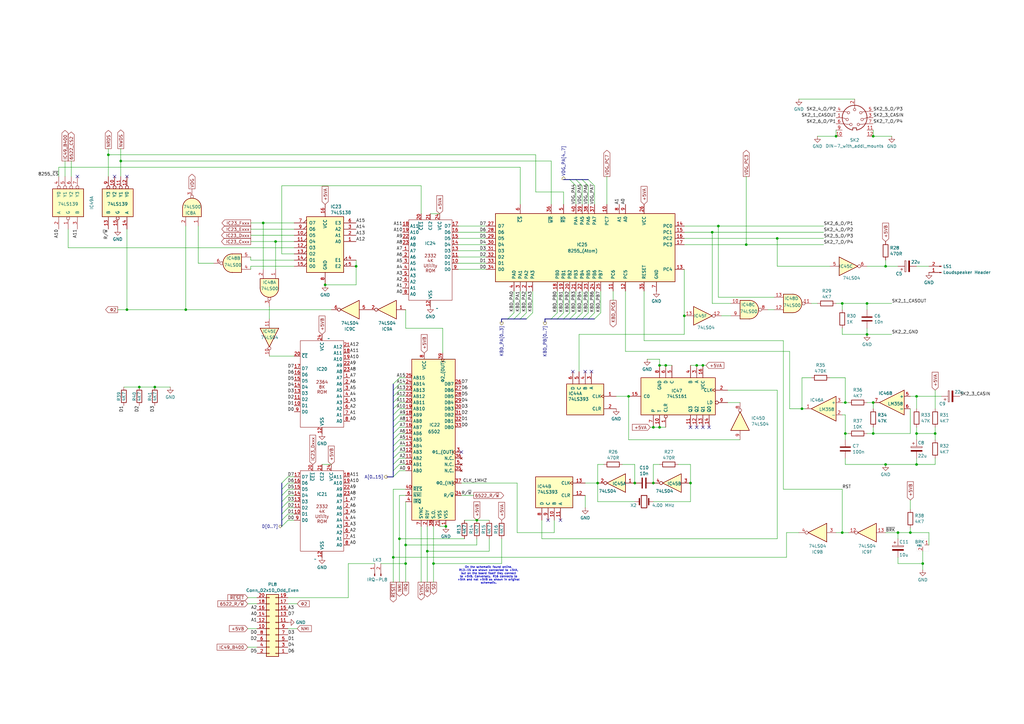
<source format=kicad_sch>
(kicad_sch (version 20231120) (generator "eeschema") (generator_version "8.0")
  (paper "A3")
  (junction (at 342.9 55.88))
  (junction (at 175.26 226.06))
  (junction (at 76.2 127))
  (junction (at 270.51 175.26))
  (junction (at 280.67 129.54))
  (junction (at 375.92 190.5))
  (junction (at 285.75 149.86))
  (junction (at 383.54 177.8))
  (junction (at 107.95 91.44))
  (junction (at 245.11 198.12))
  (junction (at 378.46 231.14))
  (junction (at 166.37 231.14))
  (junction (at 346.71 177.8))
  (junction (at 375.92 177.8))
  (junction (at 358.14 165.1))
  (junction (at 52.07 127))
  (junction (at 358.14 177.8))
  (junction (at 146.05 109.22))
  (junction (at 270.51 149.86))
  (junction (at 346.71 165.1))
  (junction (at 306.07 100.33))
  (junction (at 182.88 215.9))
  (junction (at 273.05 149.86))
  (junction (at 177.8 231.14))
  (junction (at 294.64 92.71))
  (junction (at 318.77 97.79))
  (junction (at 257.81 162.56))
  (junction (at 133.35 116.84))
  (junction (at 283.21 198.12))
  (junction (at 345.44 124.46))
  (junction (at 267.97 175.26))
  (junction (at 368.3 218.44))
  (junction (at 161.29 228.6))
  (junction (at 358.14 55.88))
  (junction (at 355.6 124.46))
  (junction (at 375.92 162.56))
  (junction (at 260.35 198.12))
  (junction (at 163.83 220.98))
  (junction (at 113.03 99.06))
  (junction (at 44.45 63.5))
  (junction (at 373.38 218.44))
  (junction (at 363.22 190.5))
  (junction (at 288.29 149.86))
  (junction (at 355.6 137.16))
  (junction (at 63.5 158.75))
  (junction (at 267.97 198.12))
  (junction (at 345.44 218.44))
  (junction (at 57.15 158.75))
  (junction (at 292.1 95.25))
  (junction (at 166.37 223.52))
  (junction (at 49.53 66.04))
  (junction (at 328.93 167.64))
  (junction (at 195.58 213.36))
  (junction (at 363.22 109.22))
  (no_connect (at 229.87 213.36))
  (no_connect (at 189.23 185.42))
  (no_connect (at 240.03 152.4))
  (no_connect (at 288.29 175.26))
  (no_connect (at 234.95 152.4))
  (no_connect (at 46.99 72.39))
  (no_connect (at 285.75 175.26))
  (no_connect (at 290.83 175.26))
  (no_connect (at 242.57 152.4))
  (no_connect (at 283.21 175.26))
  (no_connect (at 31.75 72.39))
  (no_connect (at 52.07 72.39))
  (no_connect (at 224.79 213.36))
  (bus_entry (at 226.06 130.81) (size 2.54 -2.54))
  (bus_entry (at 238.76 130.81) (size 2.54 -2.54))
  (bus_entry (at 161.29 180.34) (size 2.54 -2.54))
  (bus_entry (at 161.29 175.26) (size 2.54 -2.54))
  (bus_entry (at 236.22 130.81) (size 2.54 -2.54))
  (bus_entry (at 161.29 182.88) (size 2.54 -2.54))
  (bus_entry (at 115.57 200.66) (size 2.54 -2.54))
  (bus_entry (at 161.29 167.64) (size 2.54 -2.54))
  (bus_entry (at 208.28 130.81) (size 2.54 -2.54))
  (bus_entry (at 115.57 213.36) (size 2.54 -2.54))
  (bus_entry (at 233.68 73.66) (size 2.54 2.54))
  (bus_entry (at 231.14 130.81) (size 2.54 -2.54))
  (bus_entry (at 238.76 73.66) (size 2.54 2.54))
  (bus_entry (at 115.57 208.28) (size 2.54 -2.54))
  (bus_entry (at 115.57 210.82) (size 2.54 -2.54))
  (bus_entry (at 210.82 130.81) (size 2.54 -2.54))
  (bus_entry (at 115.57 198.12) (size 2.54 -2.54))
  (bus_entry (at 233.68 130.81) (size 2.54 -2.54))
  (bus_entry (at 161.29 185.42) (size 2.54 -2.54))
  (bus_entry (at 161.29 195.58) (size 2.54 -2.54))
  (bus_entry (at 161.29 177.8) (size 2.54 -2.54))
  (bus_entry (at 115.57 205.74) (size 2.54 -2.54))
  (bus_entry (at 161.29 193.04) (size 2.54 -2.54))
  (bus_entry (at 161.29 165.1) (size 2.54 -2.54))
  (bus_entry (at 115.57 203.2) (size 2.54 -2.54))
  (bus_entry (at 213.36 130.81) (size 2.54 -2.54))
  (bus_entry (at 241.3 130.81) (size 2.54 -2.54))
  (bus_entry (at 228.6 130.81) (size 2.54 -2.54))
  (bus_entry (at 161.29 190.5) (size 2.54 -2.54))
  (bus_entry (at 161.29 160.02) (size 2.54 -2.54))
  (bus_entry (at 161.29 157.48) (size 2.54 -2.54))
  (bus_entry (at 215.9 130.81) (size 2.54 -2.54))
  (bus_entry (at 241.3 73.66) (size 2.54 2.54))
  (bus_entry (at 161.29 170.18) (size 2.54 -2.54))
  (bus_entry (at 161.29 162.56) (size 2.54 -2.54))
  (bus_entry (at 243.84 130.81) (size 2.54 -2.54))
  (bus_entry (at 161.29 172.72) (size 2.54 -2.54))
  (bus_entry (at 236.22 73.66) (size 2.54 2.54))
  (bus_entry (at 161.29 187.96) (size 2.54 -2.54))
  (bus_entry (at 115.57 215.9) (size 2.54 -2.54))
  (wire (pts (xy 115.57 76.2) (xy 172.72 76.2)))
  (wire (pts (xy 118.11 257.81) (xy 121.92 257.81)))
  (wire (pts (xy 163.83 238.76) (xy 163.83 220.98)))
  (wire (pts (xy 110.49 125.73) (xy 110.49 130.81)))
  (wire (pts (xy 322.58 228.6) (xy 322.58 218.44)))
  (wire (pts (xy 280.67 137.16) (xy 280.67 129.54)))
  (wire (pts (xy 346.71 187.96) (xy 346.71 190.5)))
  (wire (pts (xy 101.6 265.43) (xy 105.41 265.43)))
  (wire (pts (xy 375.92 187.96) (xy 375.92 190.5)))
  (wire (pts (xy 283.21 198.12) (xy 283.21 205.74)))
  (wire (pts (xy 327.66 40.64) (xy 350.52 40.64)))
  (bus (pts (xy 115.57 200.66) (xy 115.57 203.2)))
  (wire (pts (xy 142.875 231.14) (xy 142.875 245.11)))
  (wire (pts (xy 332.74 154.94) (xy 328.93 154.94)))
  (wire (pts (xy 280.67 100.33) (xy 306.07 100.33)))
  (wire (pts (xy 256.54 119.38) (xy 256.54 144.145)))
  (wire (pts (xy 156.21 231.14) (xy 166.37 231.14)))
  (wire (pts (xy 358.14 175.26) (xy 358.14 177.8)))
  (bus (pts (xy 210.82 130.81) (xy 208.28 130.81)))
  (bus (pts (xy 243.84 130.81) (xy 241.3 130.81)))
  (bus (pts (xy 161.29 180.34) (xy 161.29 182.88)))
  (wire (pts (xy 175.26 238.76) (xy 175.26 226.06)))
  (wire (pts (xy 292.1 95.25) (xy 292.1 124.46)))
  (wire (pts (xy 231.14 119.38) (xy 231.14 128.27)))
  (wire (pts (xy 166.37 231.14) (xy 166.37 223.52)))
  (wire (pts (xy 363.22 106.68) (xy 363.22 109.22)))
  (wire (pts (xy 283.21 190.5) (xy 283.21 198.12)))
  (bus (pts (xy 226.06 130.81) (xy 223.52 130.81)))
  (wire (pts (xy 345.44 200.66) (xy 321.31 200.66)))
  (wire (pts (xy 332.74 124.46) (xy 335.28 124.46)))
  (wire (pts (xy 102.87 110.49) (xy 102.87 109.22)))
  (wire (pts (xy 118.11 247.65) (xy 121.92 247.65)))
  (wire (pts (xy 187.96 110.49) (xy 199.39 110.49)))
  (wire (pts (xy 335.28 55.88) (xy 342.9 55.88)))
  (wire (pts (xy 381 218.44) (xy 381 223.52)))
  (wire (pts (xy 102.87 109.22) (xy 120.65 109.22)))
  (wire (pts (xy 163.83 157.48) (xy 166.37 157.48)))
  (wire (pts (xy 342.9 124.46) (xy 345.44 124.46)))
  (wire (pts (xy 120.65 104.14) (xy 115.57 104.14)))
  (wire (pts (xy 306.07 72.39) (xy 306.07 100.33)))
  (wire (pts (xy 163.83 172.72) (xy 166.37 172.72)))
  (wire (pts (xy 187.96 100.33) (xy 199.39 100.33)))
  (wire (pts (xy 107.95 91.44) (xy 107.95 110.49)))
  (wire (pts (xy 292.1 95.25) (xy 337.82 95.25)))
  (wire (pts (xy 346.71 177.8) (xy 346.71 170.18)))
  (wire (pts (xy 187.96 105.41) (xy 199.39 105.41)))
  (wire (pts (xy 236.22 119.38) (xy 236.22 128.27)))
  (wire (pts (xy 163.83 165.1) (xy 166.37 165.1)))
  (bus (pts (xy 161.29 165.1) (xy 161.29 167.64)))
  (wire (pts (xy 212.09 198.12) (xy 189.23 198.12)))
  (wire (pts (xy 153.67 231.14) (xy 142.875 231.14)))
  (bus (pts (xy 231.14 130.81) (xy 228.6 130.81)))
  (wire (pts (xy 118.11 205.74) (xy 120.65 205.74)))
  (wire (pts (xy 177.8 215.9) (xy 177.8 231.14)))
  (wire (pts (xy 358.14 177.8) (xy 355.6 177.8)))
  (wire (pts (xy 355.6 124.46) (xy 355.6 127)))
  (wire (pts (xy 163.83 177.8) (xy 166.37 177.8)))
  (wire (pts (xy 266.7 175.26) (xy 267.97 175.26)))
  (wire (pts (xy 163.83 180.34) (xy 166.37 180.34)))
  (wire (pts (xy 278.13 190.5) (xy 283.21 190.5)))
  (wire (pts (xy 363.22 190.5) (xy 375.92 190.5)))
  (wire (pts (xy 298.45 160.02) (xy 318.77 160.02)))
  (bus (pts (xy 115.57 213.36) (xy 115.57 215.9)))
  (wire (pts (xy 161.29 228.6) (xy 322.58 228.6)))
  (wire (pts (xy 355.6 165.1) (xy 358.14 165.1)))
  (wire (pts (xy 243.84 119.38) (xy 243.84 128.27)))
  (wire (pts (xy 118.11 210.82) (xy 120.65 210.82)))
  (bus (pts (xy 161.29 175.26) (xy 161.29 177.8)))
  (wire (pts (xy 163.83 154.94) (xy 166.37 154.94)))
  (wire (pts (xy 280.67 129.54) (xy 280.67 110.49)))
  (wire (pts (xy 233.68 119.38) (xy 233.68 128.27)))
  (wire (pts (xy 113.03 99.06) (xy 120.65 99.06)))
  (wire (pts (xy 163.83 187.96) (xy 166.37 187.96)))
  (wire (pts (xy 44.45 63.5) (xy 44.45 72.39)))
  (wire (pts (xy 237.49 152.4) (xy 237.49 137.16)))
  (wire (pts (xy 175.26 226.06) (xy 200.66 226.06)))
  (wire (pts (xy 163.83 190.5) (xy 166.37 190.5)))
  (wire (pts (xy 314.96 127) (xy 317.5 127)))
  (wire (pts (xy 236.22 83.82) (xy 236.22 76.2)))
  (wire (pts (xy 176.53 87.63) (xy 180.34 87.63)))
  (wire (pts (xy 243.84 76.2) (xy 243.84 83.82)))
  (wire (pts (xy 264.16 139.7) (xy 321.31 139.7)))
  (bus (pts (xy 161.29 190.5) (xy 161.29 193.04)))
  (wire (pts (xy 322.58 218.44) (xy 327.66 218.44)))
  (wire (pts (xy 345.44 165.1) (xy 346.71 165.1)))
  (wire (pts (xy 76.2 92.71) (xy 76.2 127)))
  (bus (pts (xy 236.22 73.66) (xy 238.76 73.66)))
  (wire (pts (xy 295.91 129.54) (xy 299.72 129.54)))
  (wire (pts (xy 49.53 66.04) (xy 226.06 66.04)))
  (wire (pts (xy 238.76 76.2) (xy 238.76 83.82)))
  (wire (pts (xy 166.37 223.52) (xy 166.37 205.74)))
  (wire (pts (xy 238.76 119.38) (xy 238.76 128.27)))
  (wire (pts (xy 340.36 109.22) (xy 318.77 109.22)))
  (wire (pts (xy 166.37 238.76) (xy 166.37 231.14)))
  (wire (pts (xy 342.9 218.44) (xy 345.44 218.44)))
  (wire (pts (xy 373.38 205.105) (xy 373.38 208.915)))
  (bus (pts (xy 161.29 182.88) (xy 161.29 185.42)))
  (wire (pts (xy 24.13 72.39) (xy 24.13 68.58)))
  (wire (pts (xy 345.44 218.44) (xy 347.98 218.44)))
  (bus (pts (xy 115.57 210.82) (xy 115.57 213.36)))
  (wire (pts (xy 213.36 119.38) (xy 213.36 128.27)))
  (bus (pts (xy 161.29 193.04) (xy 161.29 195.58)))
  (wire (pts (xy 318.77 220.98) (xy 318.77 160.02)))
  (wire (pts (xy 345.44 137.16) (xy 355.6 137.16)))
  (wire (pts (xy 118.11 198.12) (xy 120.65 198.12)))
  (wire (pts (xy 101.6 247.65) (xy 105.41 247.65)))
  (wire (pts (xy 110.49 146.05) (xy 120.65 146.05)))
  (wire (pts (xy 163.83 182.88) (xy 166.37 182.88)))
  (wire (pts (xy 177.8 238.76) (xy 177.8 231.14)))
  (wire (pts (xy 378.46 233.68) (xy 378.46 231.14)))
  (wire (pts (xy 163.83 185.42) (xy 166.37 185.42)))
  (wire (pts (xy 342.9 55.88) (xy 342.9 53.34)))
  (wire (pts (xy 241.3 76.2) (xy 241.3 83.82)))
  (wire (pts (xy 161.29 200.66) (xy 161.29 228.6)))
  (wire (pts (xy 120.65 101.6) (xy 27.94 101.6)))
  (wire (pts (xy 294.64 121.92) (xy 317.5 121.92)))
  (wire (pts (xy 368.3 228.6) (xy 368.3 231.14)))
  (wire (pts (xy 373.38 177.8) (xy 358.14 177.8)))
  (wire (pts (xy 118.11 203.2) (xy 120.65 203.2)))
  (wire (pts (xy 177.8 231.14) (xy 205.74 231.14)))
  (wire (pts (xy 363.22 109.22) (xy 368.3 109.22)))
  (bus (pts (xy 161.29 157.48) (xy 161.29 160.02)))
  (wire (pts (xy 280.67 97.79) (xy 318.77 97.79)))
  (wire (pts (xy 135.89 127) (xy 76.2 127)))
  (bus (pts (xy 161.29 187.96) (xy 161.29 190.5)))
  (wire (pts (xy 383.54 160.02) (xy 383.54 167.64)))
  (wire (pts (xy 292.1 124.46) (xy 299.72 124.46)))
  (wire (pts (xy 383.54 190.5) (xy 383.54 187.96)))
  (wire (pts (xy 102.87 93.98) (xy 120.65 93.98)))
  (wire (pts (xy 102.87 96.52) (xy 120.65 96.52)))
  (wire (pts (xy 102.87 105.41) (xy 102.87 106.68)))
  (wire (pts (xy 195.58 213.36) (xy 200.66 213.36)))
  (wire (pts (xy 81.28 107.95) (xy 87.63 107.95)))
  (bus (pts (xy 115.57 203.2) (xy 115.57 205.74)))
  (wire (pts (xy 346.71 177.8) (xy 346.71 180.34)))
  (wire (pts (xy 172.72 76.2) (xy 172.72 87.63)))
  (wire (pts (xy 373.38 167.64) (xy 373.38 177.8)))
  (wire (pts (xy 318.77 97.79) (xy 337.82 97.79)))
  (wire (pts (xy 228.6 119.38) (xy 228.6 128.27)))
  (wire (pts (xy 187.96 95.25) (xy 199.39 95.25)))
  (wire (pts (xy 118.11 213.36) (xy 120.65 213.36)))
  (wire (pts (xy 218.44 119.38) (xy 218.44 128.27)))
  (wire (pts (xy 240.03 198.12) (xy 245.11 198.12)))
  (bus (pts (xy 236.22 130.81) (xy 233.68 130.81)))
  (wire (pts (xy 52.07 127) (xy 76.2 127)))
  (wire (pts (xy 24.13 68.58) (xy 213.36 68.58)))
  (wire (pts (xy 195.58 220.98) (xy 195.58 223.52)))
  (wire (pts (xy 355.6 137.16) (xy 365.76 137.16)))
  (wire (pts (xy 368.3 220.98) (xy 368.3 218.44)))
  (bus (pts (xy 205.74 130.81) (xy 205.74 132.08)))
  (wire (pts (xy 270.51 175.26) (xy 273.05 175.26)))
  (wire (pts (xy 340.36 154.94) (xy 346.71 154.94)))
  (wire (pts (xy 222.25 220.98) (xy 318.77 220.98)))
  (wire (pts (xy 245.11 198.12) (xy 245.11 205.74)))
  (wire (pts (xy 264.16 119.38) (xy 264.16 139.7)))
  (wire (pts (xy 163.83 162.56) (xy 166.37 162.56)))
  (wire (pts (xy 118.11 200.66) (xy 120.65 200.66)))
  (wire (pts (xy 181.61 134.62) (xy 181.61 144.78)))
  (bus (pts (xy 161.29 185.42) (xy 161.29 187.96)))
  (wire (pts (xy 252.73 162.56) (xy 257.81 162.56)))
  (wire (pts (xy 355.6 137.16) (xy 355.6 134.62)))
  (wire (pts (xy 166.37 127) (xy 166.37 134.62)))
  (wire (pts (xy 347.98 177.8) (xy 346.71 177.8)))
  (bus (pts (xy 161.29 170.18) (xy 161.29 172.72)))
  (wire (pts (xy 240.03 203.2) (xy 240.03 208.28)))
  (bus (pts (xy 215.9 130.81) (xy 213.36 130.81)))
  (wire (pts (xy 323.85 167.64) (xy 328.93 167.64)))
  (wire (pts (xy 26.67 66.04) (xy 26.67 72.39)))
  (wire (pts (xy 285.75 149.86) (xy 288.29 149.86)))
  (wire (pts (xy 368.3 218.44) (xy 373.38 218.44)))
  (wire (pts (xy 187.96 97.79) (xy 199.39 97.79)))
  (bus (pts (xy 223.52 130.81) (xy 223.52 132.08)))
  (bus (pts (xy 238.76 73.66) (xy 241.3 73.66)))
  (wire (pts (xy 306.07 100.33) (xy 337.82 100.33)))
  (bus (pts (xy 161.29 162.56) (xy 161.29 165.1)))
  (wire (pts (xy 283.21 149.86) (xy 285.75 149.86)))
  (wire (pts (xy 118.11 195.58) (xy 120.65 195.58)))
  (wire (pts (xy 373.38 216.535) (xy 373.38 218.44)))
  (wire (pts (xy 231.14 83.82) (xy 231.14 78.74)))
  (wire (pts (xy 52.07 127) (xy 52.07 93.98)))
  (wire (pts (xy 161.29 238.76) (xy 161.29 228.6)))
  (bus (pts (xy 115.57 208.28) (xy 115.57 210.82)))
  (bus (pts (xy 228.6 130.81) (xy 226.06 130.81)))
  (wire (pts (xy 27.94 101.6) (xy 27.94 93.98)))
  (wire (pts (xy 375.92 177.8) (xy 375.92 180.34)))
  (wire (pts (xy 187.96 92.71) (xy 199.39 92.71)))
  (wire (pts (xy 294.64 92.71) (xy 337.82 92.71)))
  (wire (pts (xy 257.81 180.34) (xy 257.81 162.56)))
  (bus (pts (xy 115.57 198.12) (xy 115.57 200.66)))
  (bus (pts (xy 231.14 73.66) (xy 233.68 73.66)))
  (bus (pts (xy 161.29 167.64) (xy 161.29 170.18)))
  (wire (pts (xy 321.31 200.66) (xy 321.31 139.7)))
  (wire (pts (xy 245.11 190.5) (xy 245.11 198.12)))
  (bus (pts (xy 233.68 130.81) (xy 231.14 130.81)))
  (wire (pts (xy 383.54 177.8) (xy 383.54 180.34)))
  (wire (pts (xy 260.35 190.5) (xy 260.35 198.12)))
  (wire (pts (xy 190.5 220.98) (xy 163.83 220.98)))
  (wire (pts (xy 303.53 180.34) (xy 257.81 180.34)))
  (wire (pts (xy 345.44 124.46) (xy 345.44 127)))
  (wire (pts (xy 245.11 205.74) (xy 260.35 205.74)))
  (wire (pts (xy 227.33 218.44) (xy 212.09 218.44)))
  (wire (pts (xy 215.9 119.38) (xy 215.9 128.27)))
  (wire (pts (xy 213.36 68.58) (xy 213.36 83.82)))
  (wire (pts (xy 222.25 213.36) (xy 222.25 220.98)))
  (bus (pts (xy 115.57 205.74) (xy 115.57 208.28)))
  (wire (pts (xy 180.34 215.9) (xy 182.88 215.9)))
  (wire (pts (xy 49.53 66.04) (xy 49.53 72.39)))
  (wire (pts (xy 50.8 158.75) (xy 57.15 158.75)))
  (wire (pts (xy 345.44 134.62) (xy 345.44 137.16)))
  (wire (pts (xy 63.5 158.75) (xy 69.85 158.75)))
  (wire (pts (xy 81.28 92.71) (xy 81.28 107.95)))
  (wire (pts (xy 226.06 66.04) (xy 226.06 83.82)))
  (wire (pts (xy 323.85 144.145) (xy 323.85 167.64)))
  (wire (pts (xy 163.83 170.18) (xy 166.37 170.18)))
  (wire (pts (xy 107.95 91.44) (xy 120.65 91.44)))
  (wire (pts (xy 345.44 124.46) (xy 355.6 124.46)))
  (wire (pts (xy 190.5 213.36) (xy 195.58 213.36)))
  (wire (pts (xy 383.54 177.8) (xy 383.54 175.26)))
  (wire (pts (xy 255.27 190.5) (xy 260.35 190.5)))
  (wire (pts (xy 49.53 60.96) (xy 49.53 66.04)))
  (wire (pts (xy 328.93 154.94) (xy 328.93 167.64)))
  (bus (pts (xy 213.36 130.81) (xy 210.82 130.81)))
  (bus (pts (xy 205.74 130.81) (xy 208.28 130.81)))
  (wire (pts (xy 146.05 106.68) (xy 146.05 109.22)))
  (wire (pts (xy 280.67 95.25) (xy 292.1 95.25)))
  (wire (pts (xy 247.65 190.5) (xy 245.11 190.5)))
  (wire (pts (xy 265.43 147.32) (xy 270.51 147.32)))
  (wire (pts (xy 166.37 134.62) (xy 181.61 134.62)))
  (wire (pts (xy 219.71 78.74) (xy 219.71 63.5)))
  (wire (pts (xy 346.71 154.94) (xy 346.71 165.1)))
  (wire (pts (xy 363.22 218.44) (xy 368.3 218.44)))
  (wire (pts (xy 163.83 167.64) (xy 166.37 167.64)))
  (wire (pts (xy 375.92 109.22) (xy 381 109.22)))
  (wire (pts (xy 102.87 91.44) (xy 107.95 91.44)))
  (wire (pts (xy 48.26 127) (xy 52.07 127)))
  (wire (pts (xy 251.46 119.38) (xy 251.46 123.19)))
  (wire (pts (xy 386.08 162.56) (xy 375.92 162.56)))
  (wire (pts (xy 57.15 158.75) (xy 63.5 158.75)))
  (wire (pts (xy 270.51 147.32) (xy 270.51 149.86)))
  (bus (pts (xy 161.29 172.72) (xy 161.29 175.26)))
  (wire (pts (xy 280.67 92.71) (xy 294.64 92.71)))
  (wire (pts (xy 146.05 116.84) (xy 133.35 116.84)))
  (wire (pts (xy 270.51 190.5) (xy 267.97 190.5)))
  (wire (pts (xy 373.38 218.44) (xy 381 218.44)))
  (wire (pts (xy 146.05 109.22) (xy 146.05 116.84)))
  (wire (pts (xy 219.71 63.5) (xy 44.45 63.5)))
  (wire (pts (xy 318.77 109.22) (xy 318.77 97.79)))
  (wire (pts (xy 163.83 203.2) (xy 166.37 203.2)))
  (wire (pts (xy 187.96 102.87) (xy 199.39 102.87)))
  (wire (pts (xy 246.38 119.38) (xy 246.38 128.27)))
  (wire (pts (xy 355.6 124.46) (xy 365.76 124.46)))
  (wire (pts (xy 163.83 220.98) (xy 163.83 203.2)))
  (wire (pts (xy 175.26 215.9) (xy 175.26 226.06)))
  (wire (pts (xy 346.71 165.1) (xy 347.98 165.1)))
  (wire (pts (xy 44.45 60.96) (xy 44.45 63.5)))
  (wire (pts (xy 270.51 149.86) (xy 273.05 149.86)))
  (bus (pts (xy 233.68 73.66) (xy 236.22 73.66)))
  (wire (pts (xy 189.23 203.2) (xy 194.31 203.2)))
  (wire (pts (xy 212.09 218.44) (xy 212.09 198.12)))
  (wire (pts (xy 195.58 223.52) (xy 166.37 223.52)))
  (wire (pts (xy 375.92 177.8) (xy 383.54 177.8)))
  (wire (pts (xy 346.71 190.5) (xy 363.22 190.5)))
  (wire (pts (xy 241.3 119.38) (xy 241.3 128.27)))
  (bus (pts (xy 158.75 195.58) (xy 161.29 195.58)))
  (wire (pts (xy 115.57 104.14) (xy 115.57 76.2)))
  (wire (pts (xy 248.92 72.39) (xy 248.92 83.82)))
  (wire (pts (xy 132.08 190.5) (xy 135.89 190.5)))
  (wire (pts (xy 378.46 231.14) (xy 378.46 226.06)))
  (wire (pts (xy 368.3 231.14) (xy 378.46 231.14)))
  (wire (pts (xy 365.76 55.88) (xy 358.14 55.88)))
  (wire (pts (xy 113.03 99.06) (xy 113.03 110.49)))
  (wire (pts (xy 187.96 107.95) (xy 199.39 107.95)))
  (wire (pts (xy 345.44 218.44) (xy 345.44 200.66)))
  (wire (pts (xy 200.66 226.06) (xy 200.66 220.98)))
  (bus (pts (xy 241.3 130.81) (xy 238.76 130.81)))
  (wire (pts (xy 102.87 106.68) (xy 120.65 106.68)))
  (wire (pts (xy 273.05 149.86) (xy 275.59 149.86)))
  (wire (pts (xy 101.6 245.11) (xy 105.41 245.11)))
  (wire (pts (xy 163.83 193.04) (xy 166.37 193.04)))
  (wire (pts (xy 29.21 66.04) (xy 29.21 72.39)))
  (wire (pts (xy 283.21 205.74) (xy 267.97 205.74)))
  (bus (pts (xy 161.29 177.8) (xy 161.29 180.34)))
  (wire (pts (xy 163.83 175.26) (xy 166.37 175.26)))
  (wire (pts (xy 163.83 160.02) (xy 166.37 160.02)))
  (wire (pts (xy 256.54 144.145) (xy 323.85 144.145)))
  (wire (pts (xy 328.93 167.64) (xy 330.2 167.64)))
  (wire (pts (xy 118.11 208.28) (xy 120.65 208.28)))
  (bus (pts (xy 238.76 130.81) (xy 236.22 130.81)))
  (wire (pts (xy 294.64 92.71) (xy 294.64 121.92)))
  (wire (pts (xy 267.97 175.26) (xy 270.51 175.26)))
  (wire (pts (xy 101.6 257.81) (xy 105.41 257.81)))
  (wire (pts (xy 373.38 162.56) (xy 375.92 162.56)))
  (wire (pts (xy 231.14 78.74) (xy 219.71 78.74)))
  (wire (pts (xy 375.92 190.5) (xy 383.54 190.5)))
  (wire (pts (xy 358.14 165.1) (xy 358.14 167.64)))
  (wire (pts (xy 358.14 55.88) (xy 358.14 53.34)))
  (wire (pts (xy 346.71 170.18) (xy 345.44 170.18)))
  (wire (pts (xy 298.45 165.1) (xy 303.53 165.1)))
  (wire (pts (xy 210.82 119.38) (xy 210.82 128.27)))
  (wire (pts (xy 363.22 109.22) (xy 355.6 109.22)))
  (wire (pts (xy 375.92 162.56) (xy 375.92 167.64)))
  (wire (pts (xy 267.97 190.5) (xy 267.97 198.12)))
  (wire (pts (xy 237.49 137.16) (xy 280.67 137.16)))
  (wire (pts (xy 288.29 149.86) (xy 289.56 149.86)))
  (wire (pts (xy 102.87 99.06) (xy 113.03 99.06)))
  (bus (pts (xy 161.29 160.02) (xy 161.29 162.56)))
  (wire (pts (xy 205.74 220.98) (xy 205.74 231.14)))
  (wire (pts (xy 227.33 213.36) (xy 227.33 218.44)))
  (wire (pts (xy 172.72 215.9) (xy 172.72 238.76)))
  (wire (pts (xy 166.37 200.66) (xy 161.29 200.66)))
  (wire (pts (xy 375.92 175.26) (xy 375.92 177.8)))
  (wire (pts (xy 142.875 245.11) (xy 118.11 245.11)))
  (text "On the schematic found online,\nR13-15 are shown connected to +5VA,\nbut on the board itself they connect\nto +5VB. Conversely, R16 connects to\n+5VA and not +5VB as shown in original\nschematic." (at 200.406 235.966 0) (effects (font (size 0.8 0.8))))
  (label "D0" (at 120.65 213.36 180))
  (label "D7" (at 118.11 252.73 0))
  (label "SK2_5_O{slash}P3" (at 358.14 45.72 0))
  (label "SK2_4_O{slash}P2" (at 342.9 45.72 180))
  (label "A1" (at 165.1 118.11 180))
  (label "A11" (at 31.75 93.98 270))
  (label "A9" (at 166.37 170.18 180))
  (label "SK2_3_CASIN" (at 393.7 162.56 0))
  (label "A4" (at 166.37 182.88 180))
  (label "D6" (at 189.23 160.02 0))
  (label "A5" (at 143.51 160.02 0))
  (label "A10" (at 143.51 147.32 0))
  (label "KBD_PB2" (at 233.68 119.38 270))
  (label "A12" (at 146.05 99.06 0))
  (label "CLK_1MHZ" (at 189.865 198.12 0))
  (label "D7" (at 189.23 157.48 0))
  (label "SK2_4_O{slash}P2" (at 337.82 95.25 0))
  (label "KBD_PA2" (at 215.9 119.38 270))
  (label "D3" (at 189.23 167.64 0))
  (label "VDG_PA4" (at 236.22 83.82 90))
  (label "A10" (at 143.51 198.12 0))
  (label "A7" (at 166.37 175.26 180))
  (label "D4" (at 118.11 265.43 0))
  (label "A15" (at 166.37 154.94 180))
  (label "A11" (at 166.37 165.1 180))
  (label "A13" (at 166.37 160.02 180))
  (label "A13" (at 146.05 96.52 0))
  (label "A3" (at 143.51 215.9 0))
  (label "R{slash}~{W}" (at 189.23 203.2 0))
  (label "D5" (at 120.65 156.21 180))
  (label "A2" (at 143.51 218.44 0))
  (label "D3" (at 118.11 260.35 0))
  (label "A5" (at 143.51 210.82 0))
  (label "A5" (at 165.1 107.95 180))
  (label "SK2_6_O{slash}P1" (at 342.9 50.8 180))
  (label "A6" (at 166.37 177.8 180))
  (label "A11" (at 143.51 195.58 0))
  (label "A8" (at 166.37 172.72 180))
  (label "KBD_PA0" (at 210.82 119.38 270))
  (label "A12" (at 166.37 162.56 180))
  (label "D0" (at 120.65 168.91 180))
  (label "A2" (at 105.41 250.19 180))
  (label "SK2_3_CASIN" (at 358.14 48.26 0))
  (label "D1" (at 120.65 210.82 180))
  (label "A9" (at 143.51 149.86 0))
  (label "D1" (at 118.11 262.89 0))
  (label "A2" (at 165.1 115.57 180))
  (label "SK2_6_O{slash}P1" (at 337.82 92.71 0))
  (label "A2" (at 166.37 187.96 180))
  (label "A14" (at 146.05 93.98 0))
  (label "SK2_1_CASOUT" (at 365.76 124.46 0))
  (label "A8" (at 165.1 100.33 180))
  (label "D2" (at 120.65 208.28 180))
  (label "A6" (at 143.51 157.48 0))
  (label "D2" (at 120.65 163.83 180))
  (label "VDG_PA7" (at 243.84 83.82 90))
  (label "A8" (at 143.51 152.4 0))
  (label "D6" (at 199.39 95.25 180))
  (label "D4" (at 189.23 165.1 0))
  (label "SK2_1_CASOUT" (at 342.9 48.26 180))
  (label "A11" (at 143.51 144.78 0))
  (label "VDG_PA6" (at 241.3 83.82 90))
  (label "D2" (at 105.41 262.89 180))
  (label "A1" (at 105.41 255.27 180))
  (label "A6" (at 165.1 105.41 180))
  (label "A7" (at 165.1 102.87 180))
  (label "A14" (at 166.37 157.48 180))
  (label "SK2_7_O{slash}P4" (at 337.82 100.33 0))
  (label "A3" (at 118.11 250.19 0))
  (label "D2" (at 199.39 105.41 180))
  (label "A0" (at 143.51 172.72 0))
  (label "D2" (at 57.15 166.37 270))
  (label "D6" (at 120.65 153.67 180))
  (label "A0" (at 105.41 252.73 180))
  (label "A4" (at 165.1 110.49 180))
  (label "D7" (at 120.65 151.13 180))
  (label "D3" (at 199.39 102.87 180))
  (label "D1" (at 50.8 166.37 270))
  (label "~{BRK}" (at 363.22 218.44 0))
  (label "A9" (at 143.51 200.66 0))
  (label "A10" (at 24.13 93.98 270))
  (label "KBD_PA3" (at 218.44 119.38 270))
  (label "A8" (at 143.51 203.2 0))
  (label "8255_~{CS}" (at 24.13 72.39 180))
  (label "KBD_PB6" (at 243.84 119.38 270))
  (label "A2" (at 143.51 167.64 0))
  (label "D0" (at 105.41 260.35 180))
  (label "A0" (at 165.1 120.65 180))
  (label "D5" (at 105.41 267.97 180))
  (label "D1" (at 189.23 172.72 0))
  (label "A4" (at 143.51 162.56 0))
  (label "D1" (at 199.39 107.95 180))
  (label "SK2_2_GND" (at 365.76 137.16 0))
  (label "KBD_PB7" (at 246.38 119.38 270))
  (label "D6" (at 118.11 267.97 0))
  (label "A12" (at 143.51 142.24 0))
  (label "D0" (at 189.23 175.26 0))
  (label "A1" (at 143.51 170.18 0))
  (label "A6" (at 143.51 208.28 0))
  (label "D7" (at 199.39 92.71 180))
  (label "SK2_7_O{slash}P4" (at 358.14 50.8 0))
  (label "A10" (at 165.1 95.25 180))
  (label "A5" (at 166.37 180.34 180))
  (label "D4" (at 199.39 100.33 180))
  (label "A15" (at 146.05 91.44 0))
  (label "A7" (at 143.51 154.94 0))
  (label "A9" (at 165.1 97.79 180))
  (label "D6" (at 120.65 198.12 180))
  (label "D3" (at 120.65 205.74 180))
  (label "KBD_PB5" (at 241.3 119.38 270))
  (label "D5" (at 189.23 162.56 0))
  (label "A11" (at 165.1 92.71 180))
  (label "KBD_PB4" (at 238.76 119.38 270))
  (label "D3" (at 63.5 166.37 270))
  (label "SK2_5_O{slash}P3" (at 337.82 97.79 0))
  (label "KBD_PB3" (at 236.22 119.38 270))
  (label "R{slash}~{W}" (at 44.45 93.98 270))
  (label "A0" (at 143.51 223.52 0))
  (label "A0" (at 166.37 193.04 180))
  (label "A7" (at 143.51 205.74 0))
  (label "D4" (at 120.65 158.75 180))
  (label "D5" (at 199.39 97.79 180))
  (label "RST" (at 345.44 200.66 0))
  (label "D3" (at 120.65 161.29 180))
  (label "A1" (at 143.51 220.98 0))
  (label "A3" (at 165.1 113.03 180))
  (label "VDG_PA5" (at 238.76 83.82 90))
  (label "D5" (at 120.65 200.66 180))
  (label "A4" (at 143.51 213.36 0))
  (label "D2" (at 189.23 170.18 0))
  (label "KBD_PA1" (at 213.36 119.38 270))
  (label "A0" (at 256.54 83.82 90))
  (label "KBD_PB0" (at 228.6 119.38 270))
  (label "A1" (at 166.37 190.5 180))
  (label "D7" (at 120.65 195.58 180))
  (label "A3" (at 143.51 165.1 0))
  (label "A10" (at 166.37 167.64 180))
  (label "D1" (at 120.65 166.37 180))
  (label "A1" (at 254 83.82 90))
  (label "A3" (at 166.37 185.42 180))
  (label "KBD_PB1" (at 231.14 119.38 270))
  (label "D4" (at 120.65 203.2 180))
  (label "D0" (at 199.39 110.49 180))
  (global_label "KBD_PC6" (shape output) (at 251.46 123.19 270) (property "Intersheetrefs" "${INTERSHEET_REFS}" (effects (hide yes))))
  (global_label "IC23_Fxxx" (shape output) (at 102.87 91.44 180) (property "Intersheetrefs" "${INTERSHEET_REFS}" (effects (hide yes))))
  (global_label "NMI" (shape output) (at 163.83 238.76 270) (property "Intersheetrefs" "${INTERSHEET_REFS}" (effects (hide yes))))
  (global_label "+5VB" (shape input) (at 373.38 205.105 90) (property "Intersheetrefs" "${INTERSHEET_REFS}" (effects (hide yes))))
  (global_label "+5VB" (shape input) (at 195.58 213.36 90) (property "Intersheetrefs" "${INTERSHEET_REFS}" (effects (hide yes))))
  (global_label "VDG_PC3" (shape output) (at 306.07 72.39 90) (property "Intersheetrefs" "${INTERSHEET_REFS}" (effects (hide yes))))
  (global_label "IC49_B400" (shape input) (at 101.6 265.43 180) (property "Intersheetrefs" "${INTERSHEET_REFS}" (effects (hide yes))))
  (global_label "Φ2" (shape input) (at 121.92 247.65 0) (property "Intersheetrefs" "${INTERSHEET_REFS}" (effects (hide yes))))
  (global_label "IRQ" (shape output) (at 166.37 238.76 270) (property "Intersheetrefs" "${INTERSHEET_REFS}" (effects (hide yes))))
  (global_label "+5VB" (shape input) (at 132.08 137.16 90) (property "Intersheetrefs" "${INTERSHEET_REFS}" (effects (hide yes))))
  (global_label "RDY" (shape output) (at 175.26 238.76 270) (property "Intersheetrefs" "${INTERSHEET_REFS}" (effects (hide yes))))
  (global_label "+5VA" (shape input) (at 205.74 213.36 90) (property "Intersheetrefs" "${INTERSHEET_REFS}" (effects (hide yes))))
  (global_label "SO" (shape output) (at 177.8 238.76 270) (property "Intersheetrefs" "${INTERSHEET_REFS}" (effects (hide yes))))
  (global_label "+5VA" (shape input) (at 133.35 83.82 90) (property "Intersheetrefs" "${INTERSHEET_REFS}" (effects (hide yes))))
  (global_label "Φ2" (shape output) (at 48.26 127 180) (property "Intersheetrefs" "${INTERSHEET_REFS}" (effects (hide yes))))
  (global_label "NWDS" (shape output) (at 49.53 60.96 90) (property "Intersheetrefs" "${INTERSHEET_REFS}" (effects (hide yes))))
  (global_label "+5VB" (shape input) (at 173.99 144.78 90) (property "Intersheetrefs" "${INTERSHEET_REFS}" (effects (hide yes))))
  (global_label "NMI" (shape input) (at 121.92 257.81 0) (property "Intersheetrefs" "${INTERSHEET_REFS}" (effects (hide yes))))
  (global_label "+5VB" (shape input) (at 135.89 190.5 90) (property "Intersheetrefs" "${INTERSHEET_REFS}" (effects (hide yes))))
  (global_label "+5VB" (shape input) (at 363.22 99.06 90) (property "Intersheetrefs" "${INTERSHEET_REFS}" (effects (hide yes))))
  (global_label "6522_CS2" (shape output) (at 29.21 66.04 90) (property "Intersheetrefs" "${INTERSHEET_REFS}" (effects (hide yes))))
  (global_label "VDG" (shape output) (at 78.74 77.47 90) (property "Intersheetrefs" "${INTERSHEET_REFS}" (effects (hide yes))))
  (global_label "NRDS" (shape output) (at 44.45 60.96 90) (property "Intersheetrefs" "${INTERSHEET_REFS}" (effects (hide yes))))
  (global_label "IC23_Exxx" (shape output) (at 102.87 93.98 180) (property "Intersheetrefs" "${INTERSHEET_REFS}" (effects (hide yes))))
  (global_label "+5VB" (shape input) (at 101.6 257.81 180) (property "Intersheetrefs" "${INTERSHEET_REFS}" (effects (hide yes))))
  (global_label "VDG_PC7" (shape output) (at 248.92 72.39 90) (property "Intersheetrefs" "${INTERSHEET_REFS}" (effects (hide yes))))
  (global_label "IC23_Cxxx" (shape output) (at 102.87 99.06 180) (property "Intersheetrefs" "${INTERSHEET_REFS}" (effects (hide yes))))
  (global_label "+5VA" (shape input) (at 266.7 175.26 180) (property "Intersheetrefs" "${INTERSHEET_REFS}" (effects (hide yes))))
  (global_label "IC23_Dxxx" (shape output) (at 102.87 96.52 180) (property "Intersheetrefs" "${INTERSHEET_REFS}" (effects (hide yes))))
  (global_label "+5VA" (shape input) (at 383.54 160.02 90) (property "Intersheetrefs" "${INTERSHEET_REFS}" (effects (hide yes))))
  (global_label "+5VA" (shape input) (at 289.56 149.86 0) (property "Intersheetrefs" "${INTERSHEET_REFS}" (effects (hide yes))))
  (global_label "+5VA" (shape input) (at 180.34 87.63 90) (property "Intersheetrefs" "${INTERSHEET_REFS}" (effects (hide yes))))
  (global_label "~{RESET}" (shape input) (at 101.6 245.11 180) (property "Intersheetrefs" "${INTERSHEET_REFS}" (effects (hide yes))))
  (global_label "6522_R{slash}~{W}" (shape output) (at 194.31 203.2 0) (property "Intersheetrefs" "${INTERSHEET_REFS}" (effects (hide yes))))
  (global_label "+5VA" (shape input) (at 264.16 83.82 90) (property "Intersheetrefs" "${INTERSHEET_REFS}" (effects (hide yes))))
  (global_label "IC49_B400" (shape output) (at 26.67 66.04 90) (property "Intersheetrefs" "${INTERSHEET_REFS}" (effects (hide yes))))
  (global_label "6522_R{slash}~{W}" (shape input) (at 101.6 247.65 180) (property "Intersheetrefs" "${INTERSHEET_REFS}" (effects (hide yes))))
  (global_label "~{RESET}" (shape output) (at 161.29 238.76 270) (property "Intersheetrefs" "${INTERSHEET_REFS}" (effects (hide yes))))
  (global_label "SYNC" (shape output) (at 172.72 238.76 270) (property "Intersheetrefs" "${INTERSHEET_REFS}" (effects (hide yes))))
  (global_label "IC23_Dxxx" (shape input) (at 128.27 190.5 90) (property "Intersheetrefs" "${INTERSHEET_REFS}" (effects (hide yes))))
  (hierarchical_label "KBD_PA[0..3]" (shape output) (at 205.74 132.08 270))
  (hierarchical_label "A[0..15]" (shape output) (at 158.75 195.58 180))
  (hierarchical_label "D[0..7]" (shape bidirectional) (at 115.57 215.9 180))
  (hierarchical_label "VDG_PA[4..7]" (shape output) (at 231.14 73.66 90))
  (hierarchical_label "KBD_PB[0..7]" (shape output) (at 223.52 132.08 270))
  (symbol (lib_id "74xx:74LS04") (at 143.51 127 180) (unit 3)
    (property "Reference" "IC9" (at 143.51 134.9545 0))
    (property "Value" "74LS04" (at 143.51 132.5302 0))
    (property "Footprint" "JW Footprints:DIP-14_W7.62mm_InnerMarking" (effects (hide yes)))
    (property "Datasheet" "http://www.ti.com/lit/gpn/sn74LS04" (effects (hide yes)))
    (property "Description" "Hex Inverter" (effects (hide yes)))
  )
  (symbol (lib_id "John Atom Components:74LS139_Atom") (at 27.94 83.185 0) (unit 1)
    (property "Reference" "IC49" (at 37.592 85.979 90) (effects (justify left)))
    (property "Value" "74LS139" (at 23.622 83.693 0) (effects (justify left)))
    (property "Footprint" "JW Footprints:DIP-16_W7.62mm_InnerMarking" (effects (hide yes)))
    (property "Datasheet" "http://www.ti.com/lit/ds/symlink/sn74ls139a.pdf" (effects (hide yes)))
    (property "Description" "Dual Decoder 1 of 4, Active low outputs" (effects (hide yes)))
  )
  (symbol (lib_id "74xx:74LS04") (at 158.75 127 180) (unit 1)
    (property "Reference" "IC9" (at 158.75 134.9545 0))
    (property "Value" "74LS04" (at 158.75 132.5302 0))
    (property "Footprint" "JW Footprints:DIP-14_W7.62mm_InnerMarking" (effects (hide yes)))
    (property "Datasheet" "http://www.ti.com/lit/gpn/sn74LS04" (effects (hide yes)))
    (property "Description" "Hex Inverter" (effects (hide yes)))
  )
  (symbol (lib_id "74xx:74LS04") (at 347.98 109.22 0) (unit 3)
    (property "Reference" "IC45" (at 346.964 109.22 0))
    (property "Value" "74LS04" (at 349.25 114.046 0))
    (property "Footprint" "JW Footprints:DIP-14_W7.62mm_InnerMarking" (effects (hide yes)))
    (property "Datasheet" "http://www.ti.com/lit/gpn/sn74LS04" (effects (hide yes)))
    (property "Description" "Hex Inverter" (effects (hide yes)))
  )
  (symbol (lib_id "Device:Crystal") (at 264.16 205.74 0) (unit 1)
    (property "Reference" "X2" (at 259.842 207.264 0))
    (property "Value" "4.00 MHz" (at 272.034 207.264 0))
    (property "Footprint" "JW Footprints:C_Disc_LineOnly_P10.16mm" (effects (hide yes)))
    (property "Description" "Two pin crystal" (effects (hide yes)))
  )
  (symbol (lib_id "Device:R") (at 351.79 177.8 90) (unit 1)
    (property "Reference" "R37" (at 351.79 172.6395 90))
    (property "Value" "10K" (at 351.79 175.0638 90))
    (property "Footprint" "JW Footprints:R_Axial_DIN0207_LineOnly_P10.16mm_Horizontal" (effects (hide yes)))
    (property "Description" "Resistor" (effects (hide yes)))
  )
  (symbol (lib_id "74xx:74LS00") (at 325.12 124.46 0) (mirror x) (unit 4)
    (property "Reference" "IC48" (at 324.612 122.428 0))
    (property "Value" "74LS00" (at 324.866 125.222 0))
    (property "Footprint" "JW Footprints:DIP-14_W7.62mm_InnerMarking" (effects (hide yes)))
    (property "Datasheet" "http://www.ti.com/lit/gpn/sn74ls00" (effects (hide yes)))
    (property "Description" "quad 2-input NAND gate" (effects (hide yes)))
  )
  (symbol (lib_id "Device:R") (at 274.32 190.5 90) (unit 1)
    (property "Reference" "R27" (at 274.32 185.3395 90))
    (property "Value" "470R" (at 274.32 187.7638 90))
    (property "Footprint" "JW Footprints:R_Axial_DIN0207_LineOnly_P2.54mm_Vertical" (effects (hide yes)))
    (property "Description" "Resistor" (effects (hide yes)))
  )
  (symbol (lib_id "Amplifier_Operational:LM358") (at 365.76 165.1 0) (mirror y) (unit 2)
    (property "Reference" "IC46" (at 363.22 161.29 0))
    (property "Value" "LM358" (at 367.284 165.608 0))
    (property "Footprint" "JW Footprints:DIP-8_W7.62mm_InnerMarking" (effects (hide yes)))
    (property "Datasheet" "http://www.ti.com/lit/ds/symlink/lm2904-n.pdf" (effects (hide yes)))
    (property "Description" "Low-Power, Dual Operational Amplifiers, DIP-8/SOIC-8/TO-99-8" (effects (hide yes)))
  )
  (symbol (lib_id "John Atom Components:74LS161_Atom") (at 278.13 162.56 0) (unit 1)
    (property "Reference" "IC47" (at 277.622 160.274 0))
    (property "Value" "74LS161" (at 277.622 162.56 0))
    (property "Footprint" "JW Footprints:DIP-16_W7.62mm_InnerMarking" (effects (hide yes)))
    (property "Datasheet" "http://www.ti.com/lit/gpn/sn74LS161" (effects (hide yes)))
    (property "Description" "Synchronous 4-bit programmable binary Counter" (effects (hide yes)))
  )
  (symbol (lib_id "74xx:74LS00") (at 110.49 118.11 270) (unit 1)
    (property "Reference" "IC48" (at 107.696 115.824 90) (effects (justify left)))
    (property "Value" "74LS00" (at 106.934 118.364 90) (effects (justify left)))
    (property "Footprint" "JW Footprints:DIP-14_W7.62mm_InnerMarking" (effects (hide yes)))
    (property "Datasheet" "http://www.ti.com/lit/gpn/sn74ls00" (effects (hide yes)))
    (property "Description" "quad 2-input NAND gate" (effects (hide yes)))
  )
  (symbol (lib_id "Amplifier_Operational:LM358") (at 337.82 167.64 0) (mirror y) (unit 1)
    (property "Reference" "IC46" (at 335.026 164.084 0))
    (property "Value" "LM358" (at 339.09 167.894 0))
    (property "Footprint" "JW Footprints:DIP-8_W7.62mm_InnerMarking" (effects (hide yes)))
    (property "Datasheet" "http://www.ti.com/lit/ds/symlink/lm2904-n.pdf" (effects (hide yes)))
    (property "Description" "Low-Power, Dual Operational Amplifiers, DIP-8/SOIC-8/TO-99-8" (effects (hide yes)))
  )
  (symbol (lib_id "Connector:Conn_01x02_Pin") (at 386.08 111.76 180) (unit 1)
    (property "Reference" "LS1" (at 386.7912 109.2778 0) (effects (justify right)))
    (property "Value" "Loudspeaker Header" (at 386.7912 111.7021 0) (effects (justify right)))
    (property "Footprint" "Connector_PinHeader_2.54mm:PinHeader_1x02_P2.54mm_Vertical" (effects (hide yes)))
    (property "Description" "Generic connector, single row, 01x02, script generated" (effects (hide yes)))
  )
  (symbol (lib_id "John Atom Components:2332") (at 176.53 106.68 0) (unit 1)
    (property "Reference" "IC24" (at 174.244 99.822 0) (effects (justify left)))
    (property "Value" "~" (at 178.7241 126.4645 0) (effects (justify left)))
    (property "Footprint" "JW Footprints:DIP-24_W15.24mm_InnerMarking" (effects (hide yes)))
  )
  (symbol (lib_id "74xx:74LS04") (at 252.73 198.12 180) (unit 1)
    (property "Reference" "IC45" (at 254 198.374 0))
    (property "Value" "74LS04" (at 249.174 201.422 0))
    (property "Footprint" "JW Footprints:DIP-14_W7.62mm_InnerMarking" (effects (hide yes)))
    (property "Datasheet" "http://www.ti.com/lit/gpn/sn74LS04" (effects (hide yes)))
    (property "Description" "Hex Inverter" (effects (hide yes)))
  )
  (symbol (lib_id "John Atom Components:6502 CPU (Atom)") (at 177.8 181.61 0) (unit 1)
    (property "Reference" "IC22" (at 176.022 174.244 0) (effects (justify left)))
    (property "Value" "6502" (at 175.514 177.038 0) (effects (justify left)))
    (property "Footprint" "JW Footprints:DIP-40_W15.24mm_InnerMarking" (effects (hide yes)))
    (property "Datasheet" "http://pdf.datasheetcatalog.com/datasheet/motorola/MC68B09S.pdf" (effects (hide yes)))
    (property "Description" "8-Bit Microprocessing unit 1.0MHz, DIP-40" (effects (hide yes)))
  )
  (symbol (lib_id "power:GND") (at 133.35 116.84 0) (unit 1)
    (property "Reference" "#PWR057" (effects (hide yes)))
    (property "Value" "GND" (at 133.35 120.9731 0))
    (property "Description" "Power symbol creates a global label with name \"GND\" , ground" (effects (hide yes)))
  )
  (symbol (lib_name "2332_1") (lib_id "John Atom Components:2332") (at 132.08 209.55 0) (mirror y) (unit 1)
    (property "Reference" "IC21" (at 134.366 202.692 0) (effects (justify left)))
    (property "Value" "~" (at 129.8859 229.3345 0) (effects (justify left)))
    (property "Footprint" "JW Footprints:DIP-24_W15.24mm_InnerMarking" (effects (hide yes)))
  )
  (symbol (lib_id "Device:R") (at 345.44 130.81 180) (unit 1)
    (property "Reference" "R30" (at 347.218 129.5978 0) (effects (justify right)))
    (property "Value" "1K" (at 347.218 132.0221 0) (effects (justify right)))
    (property "Footprint" "JW Footprints:R_Axial_DIN0207_LineOnly_P2.54mm_Vertical" (effects (hide yes)))
    (property "Description" "Resistor" (effects (hide yes)))
  )
  (symbol (lib_id "Device:R") (at 50.8 162.56 180) (unit 1)
    (property "Reference" "R39" (at 48.768 164.592 90) (effects (justify right)))
    (property "Value" "4K7" (at 50.8 164.592 90) (effects (justify right)))
    (property "Footprint" "JW Footprints:R_Axial_DIN0207_LineOnly_P2.54mm_Vertical" (effects (hide yes)))
    (property "Description" "Resistor" (effects (hide yes)))
  )
  (symbol (lib_id "power:GND") (at 48.26 93.98 0) (unit 1)
    (property "Reference" "#PWR063" (effects (hide yes)))
    (property "Value" "GND" (at 48.26 98.1131 0))
    (property "Description" "Power symbol creates a global label with name \"GND\" , ground" (effects (hide yes)))
  )
  (symbol (lib_id "Device:R") (at 63.5 162.56 180) (unit 1)
    (property "Reference" "R41" (at 61.468 164.592 90) (effects (justify right)))
    (property "Value" "4K7" (at 63.5 164.592 90) (effects (justify right)))
    (property "Footprint" "JW Footprints:R_Axial_DIN0207_LineOnly_P2.54mm_Vertical" (effects (hide yes)))
    (property "Description" "Resistor" (effects (hide yes)))
  )
  (symbol (lib_id "Connector_Generic:Conn_02x10_Odd_Even") (at 113.03 257.81 180) (unit 1)
    (property "Reference" "PL8" (at 111.76 239.6955 0))
    (property "Value" "Conn_02x10_Odd_Even" (at 111.76 242.1198 0))
    (property "Footprint" "JW Footprints:Atom_IDC-Header_2x10_P2.54mm_Vertical" (effects (hide yes)))
    (property "Description" "Generic connector, double row, 02x10, odd/even pin numbering scheme (row 1 odd numbers, row 2 even numbers), script generated (kicad-library-utils/schlib/autogen/connector/)" (effects (hide yes)))
  )
  (symbol (lib_id "74xx:74LS00") (at 307.34 127 0) (mirror x) (unit 3)
    (property "Reference" "IC48" (at 306.832 124.968 0))
    (property "Value" "74LS00" (at 307.086 127.762 0))
    (property "Footprint" "JW Footprints:DIP-14_W7.62mm_InnerMarking" (effects (hide yes)))
    (property "Datasheet" "http://www.ti.com/lit/gpn/sn74ls00" (effects (hide yes)))
    (property "Description" "quad 2-input NAND gate" (effects (hide yes)))
  )
  (symbol (lib_id "Device:R") (at 205.74 217.17 180) (unit 1)
    (property "Reference" "R16" (at 203.454 219.075 90) (effects (justify right)))
    (property "Value" "4K7" (at 205.74 219.075 90) (effects (justify right)))
    (property "Footprint" "JW Footprints:R_Axial_DIN0207_LineOnly_P3.81mm_Vertical" (effects (hide yes)))
    (property "Description" "Resistor" (effects (hide yes)))
  )
  (symbol (lib_id "74xx:74LS04") (at 335.28 218.44 180) (unit 2)
    (property "Reference" "IC9" (at 335.28 226.3945 0))
    (property "Value" "74LS04" (at 335.28 223.9702 0))
    (property "Footprint" "JW Footprints:DIP-14_W7.62mm_InnerMarking" (effects (hide yes)))
    (property "Datasheet" "http://www.ti.com/lit/gpn/sn74LS04" (effects (hide yes)))
    (property "Description" "Hex Inverter" (effects (hide yes)))
  )
  (symbol (lib_id "Device:R") (at 358.14 171.45 180) (unit 1)
    (property "Reference" "R34" (at 359.918 170.2378 0) (effects (justify right)))
    (property "Value" "47K" (at 359.918 172.6621 0) (effects (justify right)))
    (property "Footprint" "JW Footprints:R_Axial_DIN0207_LineOnly_P10.16mm_Horizontal" (effects (hide yes)))
    (property "Description" "Resistor" (effects (hide yes)))
  )
  (symbol (lib_id "Device:R") (at 363.22 102.87 180) (unit 1)
    (property "Reference" "R28" (at 364.998 101.6578 0) (effects (justify right)))
    (property "Value" "470R" (at 364.998 104.0821 0) (effects (justify right)))
    (property "Footprint" "JW Footprints:R_Axial_DIN0207_LineOnly_P2.54mm_Vertical" (effects (hide yes)))
    (property "Description" "Resistor" (effects (hide yes)))
  )
  (symbol (lib_id "Device:C") (at 264.16 198.12 90) (unit 1)
    (property "Reference" "C10" (at 264.16 191.8165 90))
    (property "Value" "10n" (at 264.16 194.2408 90))
    (property "Footprint" "JW Footprints:C_Disc_LineOnly_P10.16mm" (effects (hide yes)))
    (property "Description" "Unpolarized capacitor" (effects (hide yes)))
  )
  (symbol (lib_id "John Atom Components:74LS393_Atom") (at 227.33 200.66 0) (unit 2)
    (property "Reference" "IC44" (at 223.266 199.517 0))
    (property "Value" "74LS393" (at 224.536 201.803 0))
    (property "Footprint" "JW Footprints:DIP-14_W7.62mm_InnerMarking" (effects (hide yes)))
    (property "Datasheet" "74xx\\74LS393.pdf" (effects (hide yes)))
    (property "Description" "Dual BCD 4-bit counter" (effects (hide yes)))
  )
  (symbol (lib_id "Device:R") (at 375.92 171.45 180) (unit 1)
    (property "Reference" "R33" (at 377.698 170.2378 0) (effects (justify right)))
    (property "Value" "47K" (at 377.698 172.6621 0) (effects (justify right)))
    (property "Footprint" "JW Footprints:R_Axial_DIN0207_LineOnly_P10.16mm_Horizontal" (effects (hide yes)))
    (property "Description" "Resistor" (effects (hide yes)))
  )
  (symbol (lib_id "74xx:74LS04") (at 288.29 129.54 0) (unit 6)
    (property "Reference" "IC45" (at 287.274 129.54 0))
    (property "Value" "74LS04" (at 289.56 134.366 0))
    (property "Footprint" "JW Footprints:DIP-14_W7.62mm_InnerMarking" (effects (hide yes)))
    (property "Datasheet" "http://www.ti.com/lit/gpn/sn74LS04" (effects (hide yes)))
    (property "Description" "Hex Inverter" (effects (hide yes)))
  )
  (symbol (lib_id "Device:R") (at 351.79 165.1 90) (unit 1)
    (property "Reference" "R36" (at 351.79 159.9395 90))
    (property "Value" "4K7" (at 351.79 162.3638 90))
    (property "Footprint" "JW Footprints:R_Axial_DIN0207_LineOnly_P10.16mm_Horizontal" (effects (hide yes)))
    (property "Description" "Resistor" (effects (hide yes)))
  )
  (symbol (lib_id "John Atom Components:2364") (at 132.08 157.48 0) (unit 1)
    (property "Reference" "IC20" (at 129.794 151.384 0) (effects (justify left)))
    (property "Value" "~" (at 134.2741 138.8499 0) (effects (justify left)))
    (property "Footprint" "JW Footprints:DIP-24_W15.24mm_InnerMarking" (effects (hide yes)))
  )
  (symbol (lib_id "John Atom Components:74LS139_Atom") (at 48.26 83.185 0) (unit 2)
    (property "Reference" "IC49" (effects (hide yes)))
    (property "Value" "74LS139" (at 43.942 83.693 0) (effects (justify left)))
    (property "Footprint" "JW Footprints:DIP-16_W7.62mm_InnerMarking" (effects (hide yes)))
    (property "Datasheet" "http://www.ti.com/lit/ds/symlink/sn74ls139a.pdf" (effects (hide yes)))
    (property "Description" "Dual Decoder 1 of 4, Active low outputs" (effects (hide yes)))
  )
  (symbol (lib_id "power:GND") (at 252.73 167.64 0) (unit 1)
    (property "Reference" "#PWR05" (effects (hide yes)))
    (property "Value" "GND" (at 252.73 171.7731 0))
    (property "Description" "Power symbol creates a global label with name \"GND\" , ground" (effects (hide yes)))
  )
  (symbol (lib_id "power:GND") (at 378.46 233.68 0) (unit 1)
    (property "Reference" "#PWR09" (effects (hide yes)))
    (property "Value" "GND" (at 378.46 237.8131 0))
    (property "Description" "Power symbol creates a global label with name \"GND\" , ground" (effects (hide yes)))
  )
  (symbol (lib_id "power:GND") (at 240.03 208.28 0) (unit 1)
    (property "Reference" "#PWR03" (effects (hide yes)))
    (property "Value" "GND" (at 240.03 212.4131 0))
    (property "Description" "Power symbol creates a global label with name \"GND\" , ground" (effects (hide yes)))
  )
  (symbol (lib_id "Device:C") (at 346.71 184.15 180) (unit 1)
    (property "Reference" "C7" (at 349.631 182.9378 0) (effects (justify right)))
    (property "Value" "100n" (at 349.631 185.3621 0) (effects (justify right)))
    (property "Footprint" "JW Footprints:C_Disc_LineOnly_P7.62mm" (effects (hide yes)))
    (property "Description" "Unpolarized capacitor" (effects (hide yes)))
  )
  (symbol (lib_id "John Components:DIN-7_with_addl_mounts") (at 350.52 48.26 0) (unit 1)
    (property "Reference" "SK2" (at 350.5201 57.473 0))
    (property "Value" "DIN-7_with_addl_mounts" (at 350.5201 59.8973 0))
    (property "Footprint" "JW Footprints:DIN-7_RA" (effects (hide yes)))
    (property "Datasheet" "http://www.mouser.com/ds/2/18/40_c091_abd_e-75918.pdf" (effects (hide yes)))
  )
  (symbol (lib_id "John Atom Components:8255_(Atom)") (at 238.76 100.33 0) (unit 1)
    (property "Reference" "IC25" (at 238.76 100.33 0))
    (property "Value" "8255_(Atom)" (at 239.014 102.87 0))
    (property "Footprint" "JW Footprints:DIP-40_W15.24mm_InnerMarking" (effects (hide yes)))
    (property "Datasheet" "http://aturing.umcs.maine.edu/~meadow/courses/cos335/Intel8255A.pdf" (effects (hide yes)))
    (property "Description" "Programmable Peripheral Interface, PDIP-40" (effects (hide yes)))
  )
  (symbol (lib_id "Device:R") (at 383.54 184.15 180) (unit 1)
    (property "Reference" "R32" (at 385.318 182.9378 0) (effects (justify right)))
    (property "Value" "4K7" (at 385.318 185.3621 0) (effects (justify right)))
    (property "Footprint" "JW Footprints:R_Axial_DIN0207_LineOnly_P10.16mm_Horizontal" (effects (hide yes)))
    (property "Description" "Resistor" (effects (hide yes)))
  )
  (symbol (lib_id "74xx:74LS04") (at 303.53 172.72 90) (unit 4)
    (property "Reference" "IC45" (at 308.102 171.5078 90) (effects (justify right)))
    (property "Value" "74LS04" (at 308.102 173.9321 90) (effects (justify right)))
    (property "Footprint" "JW Footprints:DIP-14_W7.62mm_InnerMarking" (effects (hide yes)))
    (property "Datasheet" "http://www.ti.com/lit/gpn/sn74LS04" (effects (hide yes)))
    (property "Description" "Hex Inverter" (effects (hide yes)))
  )
  (symbol (lib_id "John Atom Components:74LS138_(Atom_Upper_16K_Mux)") (at 133.35 100.33 0) (unit 1)
    (property "Reference" "IC23" (at 135.5441 84.7555 0) (effects (justify left)))
    (property "Value" "74LS138" (at 135.5441 87.1798 0) (effects (justify left)))
    (property "Footprint" "JW Footprints:DIP-16_W7.62mm_InnerMarking" (effects (hide yes)))
    (property "Datasheet" "http://www.ti.com/lit/gpn/sn74LS138" (effects (hide yes)))
    (property "Description" "Decoder 3 to 8 active low outputs" (effects (hide yes)))
  )
  (symbol (lib_id "Device:R") (at 200.66 217.17 180) (unit 1)
    (property "Reference" "R15" (at 198.374 219.075 90) (effects (justify right)))
    (property "Value" "4K7" (at 200.66 219.075 90) (effects (justify right)))
    (property "Footprint" "JW Footprints:R_Axial_DIN0207_LineOnly_P3.81mm_Vertical" (effects (hide yes)))
    (property "Description" "Resistor" (effects (hide yes)))
  )
  (symbol (lib_id "Device:C_Polarized") (at 372.11 109.22 90) (unit 1)
    (property "Reference" "C5" (at 370.078 112.268 90) (effects (justify left)))
    (property "Value" "22u" (at 377.444 107.442 90) (effects (justify left)))
    (property "Footprint" "JW Footprints:CP_Radial_LineOnly_P2.54mm_Vertical" (effects (hide yes)))
    (property "Description" "Polarized capacitor" (effects (hide yes)))
  )
  (symbol (lib_id "Device:R") (at 336.55 154.94 90) (unit 1)
    (property "Reference" "R35" (at 336.55 149.7795 90))
    (property "Value" "470K" (at 336.55 152.2038 90))
    (property "Footprint" "JW Footprints:R_Axial_DIN0207_LineOnly_P10.16mm_Horizontal" (effects (hide yes)))
    (property "Description" "Resistor" (effects (hide yes)))
  )
  (symbol (lib_id "Device:R") (at 339.09 124.46 90) (unit 1)
    (property "Reference" "R29" (at 339.09 119.2995 90))
    (property "Value" "4K7" (at 339.09 121.7238 90))
    (property "Footprint" "JW Footprints:R_Axial_DIN0207_LineOnly_P2.54mm_Vertical" (effects (hide yes)))
    (property "Description" "Resistor" (effects (hide yes)))
  )
  (symbol (lib_id "power:GND") (at 182.88 215.9 0) (unit 1)
    (property "Reference" "#PWR048" (effects (hide yes)))
    (property "Value" "GND" (at 182.88 220.0331 0))
    (property "Description" "Power symbol creates a global label with name \"GND\" , ground" (effects (hide yes)))
  )
  (symbol (lib_id "Device:R") (at 57.15 162.56 180) (unit 1)
    (property "Reference" "R40" (at 55.118 164.592 90) (effects (justify right)))
    (property "Value" "4K7" (at 57.15 164.592 90) (effects (justify right)))
    (property "Footprint" "JW Footprints:R_Axial_DIN0207_LineOnly_P2.54mm_Vertical" (effects (hide yes)))
    (property "Description" "Resistor" (effects (hide yes)))
  )
  (symbol (lib_id "power:GND") (at 132.08 177.8 0) (unit 1)
    (property "Reference" "#PWR051" (effects (hide yes)))
    (property "Value" "GND" (at 132.08 181.9331 0))
    (property "Description" "Power symbol creates a global label with name \"GND\" , ground" (effects (hide yes)))
  )
  (symbol (lib_id "Device:C_Polarized") (at 368.3 224.79 0) (unit 1)
    (property "Reference" "C11" (at 368.808 222.25 0) (effects (justify left)))
    (property "Value" "10u" (at 368.808 227.584 0) (effects (justify left)))
    (property "Footprint" "JW Footprints:CP_Axial_LineOnly_P15.24mm_Horizontal" (effects (hide yes)))
    (property "Description" "Polarized capacitor" (effects (hide yes)))
  )
  (symbol (lib_id "74xx:74LS04") (at 275.59 198.12 180) (unit 2)
    (property "Reference" "IC45" (at 276.606 198.374 0))
    (property "Value" "74LS04" (at 272.542 201.422 0))
    (property "Footprint" "JW Footprints:DIP-14_W7.62mm_InnerMarking" (effects (hide yes)))
    (property "Datasheet" "http://www.ti.com/lit/gpn/sn74LS04" (effects (hide yes)))
    (property "Description" "Hex Inverter" (effects (hide yes)))
  )
  (symbol (lib_id "power:GND") (at 363.22 190.5 0) (unit 1)
    (property "Reference" "#PWR08" (effects (hide yes)))
    (property "Value" "GND" (at 363.22 194.6331 0))
    (property "Description" "Power symbol creates a global label with name \"GND\" , ground" (effects (hide yes)))
  )
  (symbol (lib_id "power:GND") (at 118.11 255.27 90) (unit 1)
    (property "Reference" "#PWR053" (effects (hide yes)))
    (property "Value" "GND" (at 121.285 255.27 90) (effects (justify right)))
    (property "Description" "Power symbol creates a global label with name \"GND\" , ground" (effects (hide yes)))
  )
  (symbol (lib_id "power:GND") (at 269.24 119.38 0) (unit 1)
    (property "Reference" "#PWR049" (effects (hide yes)))
    (property "Value" "GND" (at 269.24 123.5131 0))
    (property "Description" "Power symbol creates a global label with name \"GND\" , ground" (effects (hide yes)))
  )
  (symbol (lib_id "74xx:74LS00") (at 95.25 107.95 180) (unit 2)
    (property "Reference" "IC48" (at 95.758 105.918 0))
    (property "Value" "74LS00" (at 95.504 108.712 0))
    (property "Footprint" "JW Footprints:DIP-14_W7.62mm_InnerMarking" (effects (hide yes)))
    (property "Datasheet" "http://www.ti.com/lit/gpn/sn74ls00" (effects (hide yes)))
    (property "Description" "quad 2-input NAND gate" (effects (hide yes)))
  )
  (symbol (lib_id "Device:R") (at 373.38 212.725 180) (unit 1)
    (property "Reference" "R38" (at 375.158 211.5128 0) (effects (justify right)))
    (property "Value" "4K7" (at 375.158 213.9371 0) (effects (justify right)))
    (property "Footprint" "JW Footprints:R_Axial_DIN0207_LineOnly_P10.16mm_Horizontal" (effects (hide yes)))
    (property "Description" "Resistor" (effects (hide yes)))
  )
  (symbol (lib_id "power:GND") (at 335.28 55.88 0) (unit 1)
    (property "Reference" "#PWR074" (effects (hide yes)))
    (property "Value" "GND" (at 335.28 60.0131 0))
    (property "Description" "Power symbol creates a global label with name \"GND\" , ground" (effects (hide yes)))
  )
  (symbol (lib_id "power:GND") (at 327.66 40.64 0) (unit 1)
    (property "Reference" "#PWR055" (effects (hide yes)))
    (property "Value" "GND" (at 327.66 44.7731 0))
    (property "Description" "Power symbol creates a global label with name \"GND\" , ground" (effects (hide yes)))
  )
  (symbol (lib_id "John Atom Components:74LS393_Atom") (at 240.03 162.56 0) (unit 1)
    (property "Reference" "IC44" (at 235.966 161.417 0))
    (property "Value" "74LS393" (at 237.236 163.703 0))
    (property "Footprint" "JW Footprints:DIP-14_W7.62mm_InnerMarking" (effects (hide yes)))
    (property "Datasheet" "74xx\\74LS393.pdf" (effects (hide yes)))
    (property "Description" "Dual BCD 4-bit counter" (effects (hide yes)))
  )
  (symbol (lib_id "74xx:74LS04") (at 110.49 138.43 270) (unit 5)
    (property "Reference" "IC45" (at 107.696 135.89 90) (effects (justify left)))
    (property "Value" "74LS04" (at 106.934 138.43 90) (effects (justify left)))
    (property "Footprint" "JW Footprints:DIP-14_W7.62mm_InnerMarking" (effects (hide yes)))
    (property "Datasheet" "http://www.ti.com/lit/gpn/sn74LS04" (effects (hide yes)))
    (property "Description" "Hex Inverter" (effects (hide yes)))
  )
  (symbol (lib_id "power:GND") (at 176.53 125.73 0) (unit 1)
    (property "Reference" "#PWR050" (effects (hide yes)))
    (property "Value" "GND" (at 176.53 129.8631 0))
    (property "Description" "Power symbol creates a global label with name \"GND\" , ground" (effects (hide yes)))
  )
  (symbol (lib_id "Device:C") (at 355.6 130.81 0) (unit 1)
    (property "Reference" "C6" (at 358.521 129.5978 0) (effects (justify left)))
    (property "Value" "10n" (at 358.521 132.0221 0) (effects (justify left)))
    (property "Footprint" "JW Footprints:C_Disc_LineOnly_P5.08mm" (effects (hide yes)))
    (property "Description" "Unpolarized capacitor" (effects (hide yes)))
  )
  (symbol (lib_id "power:GND") (at 265.43 147.32 0) (unit 1)
    (property "Reference" "#PWR04" (effects (hide yes)))
    (property "Value" "GND" (at 265.43 151.4531 0))
    (property "Description" "Power symbol creates a global label with name \"GND\" , ground" (effects (hide yes)))
  )
  (symbol (lib_id "power:GND") (at 69.85 158.75 0) (unit 1)
    (property "Reference" "#PWR054" (effects (hide yes)))
    (property "Value" "GND" (at 69.85 162.8831 0))
    (property "Description" "Power symbol creates a global label with name \"GND\" , ground" (effects (hide yes)))
  )
  (symbol (lib_id "power:GND") (at 365.76 55.88 0) (unit 1)
    (property "Reference" "#PWR075" (effects (hide yes)))
    (property "Value" "GND" (at 365.76 60.0131 0))
    (property "Description" "Power symbol creates a global label with name \"GND\" , ground" (effects (hide yes)))
  )
  (symbol (lib_id "Device:C_Polarized") (at 389.89 162.56 90) (unit 1)
    (property "Reference" "C9" (at 387.858 165.608 90) (effects (justify left)))
    (property "Value" "22u" (at 395.224 160.782 90) (effects (justify left)))
    (property "Footprint" "JW Footprints:C_Disc_LineOnly_P5.08mm" (effects (hide yes)))
    (property "Description" "Polarized capacitor" (effects (hide yes)))
  )
  (symbol (lib_id "Device:R") (at 251.46 190.5 90) (unit 1)
    (property "Reference" "R26" (at 251.46 185.3395 90))
    (property "Value" "470R" (at 251.46 187.7638 90))
    (property "Footprint" "JW Footprints:R_Axial_DIN0207_LineOnly_P2.54mm_Vertical" (effects (hide yes)))
    (property "Description" "Resistor" (effects (hide yes)))
  )
  (symbol (lib_id "power:GND") (at 355.6 137.16 0) (unit 1)
    (property "Reference" "#PWR06" (effects (hide yes)))
    (property "Value" "GND" (at 355.6 141.2931 0))
    (property "Description" "Power symbol creates a global label with name \"GND\" , ground" (effects (hide yes)))
  )
  (symbol (lib_id "power:GND") (at 132.08 228.6 0) (unit 1)
    (property "Reference" "#PWR052" (effects (hide yes)))
    (property "Value" "GND" (at 132.08 232.7331 0))
    (property "Description" "Power symbol creates a global label with name \"GND\" , ground" (effects (hide yes)))
  )
  (symbol (lib_id "power:GND") (at 381 111.76 0) (unit 1)
    (property "Reference" "#PWR07" (effects (hide yes)))
    (property "Value" "GND" (at 381 115.8931 0))
    (property "Description" "Power symbol creates a global label with name \"GND\" , ground" (effects (hide yes)))
  )
  (symbol (lib_id "Device:R") (at 190.5 217.17 180) (unit 1)
    (property "Reference" "R13" (at 188.214 219.075 90) (effects (justify right)))
    (property "Value" "4K7" (at 190.5 219.075 90) (effects (justify right)))
    (property "Footprint" "JW Footprints:R_Axial_DIN0207_LineOnly_P3.81mm_Vertical" (effects (hide yes)))
    (property "Description" "Resistor" (effects (hide yes)))
  )
  (symbol (lib_id "Device:C_Polarized") (at 375.92 184.15 0) (unit 1)
    (property "Reference" "C8" (at 376.428 181.61 0) (effects (justify left)))
    (property "Value" "22u" (at 376.428 186.944 0) (effects (justify left)))
    (property "Footprint" "JW Footprints:CP_Axial_LineOnly_P17.78mm_Horizontal" (effects (hide yes)))
    (property "Description" "Polarized capacitor" (effects (hide yes)))
  )
  (symbol (lib_id "John Atom Components:Atom_Keyswitch") (at 378.46 223.52 0) (unit 1)
    (property "Reference" "KB1" (at 376.06 223.72 0) (effects (font (size 0.67 0.67)) (justify left)))
    (property "Value" "BRK" (at 377.19 222.25 0))
    (property "Footprint" "JW Footprints:AtomKeyswitch" (effects (hide yes)))
  )
  (symbol (lib_id "Connector:Conn_01x02_Pin") (at 153.67 236.22 90) (unit 1)
    (property "Reference" "LK3" (at 154.686 229.616 90))
    (property "Value" "IRQ-PL8" (at 154.686 237.744 90))
    (property "Footprint" "Connector_PinHeader_2.54mm:PinHeader_1x02_P2.54mm_Vertical" (effects (hide yes)))
    (property "Description" "Generic connector, single row, 01x02, script generated" (effects (hide yes)))
  )
  (symbol (lib_id "74xx:74LS04") (at 355.6 218.44 180) (unit 6)
    (property "Reference" "IC9" (at 355.6 226.3945 0))
    (property "Value" "74LS04" (at 355.6 223.9702 0))
    (property "Footprint" "JW Footprints:DIP-14_W7.62mm_InnerMarking" (effects (hide yes)))
    (property "Datasheet" "http://www.ti.com/lit/gpn/sn74LS04" (effects (hide yes)))
    (property "Description" "Hex Inverter" (effects (hide yes)))
  )
  (symbol (lib_id "Device:R") (at 383.54 171.45 180) (unit 1)
    (property "Reference" "R31" (at 385.318 170.2378 0) (effects (justify right)))
    (property "Value" "4K7" (at 385.318 172.6621 0) (effects (justify right)))
    (property "Footprint" "JW Footprints:R_Axial_DIN0207_LineOnly_P10.16mm_Horizontal" (effects (hide yes)))
    (property "Description" "Resistor" (effects (hide yes)))
  )
  (symbol (lib_id "74xx:74LS00") (at 78.74 85.09 270) (mirror x) (unit 1)
    (property "Reference" "IC8" (at 75.946 87.376 90) (effects (justify left)))
    (property "Value" "74LS00" (at 75.184 84.836 90) (effects (justify left)))
    (property "Footprint" "JW Footprints:DIP-14_W7.62mm_InnerMarking" (effects (hide yes)))
    (property "Datasheet" "http://www.ti.com/lit/gpn/sn74ls00" (effects (hide yes)))
    (property "Description" "quad 2-input NAND gate" (effects (hide yes)))
  )
  (symbol (lib_id "Device:R") (at 195.58 217.17 180) (unit 1)
    (property "Reference" "R14" (at 193.294 219.075 90) (effects (justify right)))
    (property "Value" "4K7" (at 195.58 219.075 90) (effects (justify right)))
    (property "Footprint" "JW Footprints:R_Axial_DIN0207_LineOnly_P3.81mm_Vertical" (effects (hide yes)))
    (property "Description" "Resistor" (effects (hide yes)))
  )
)
</source>
